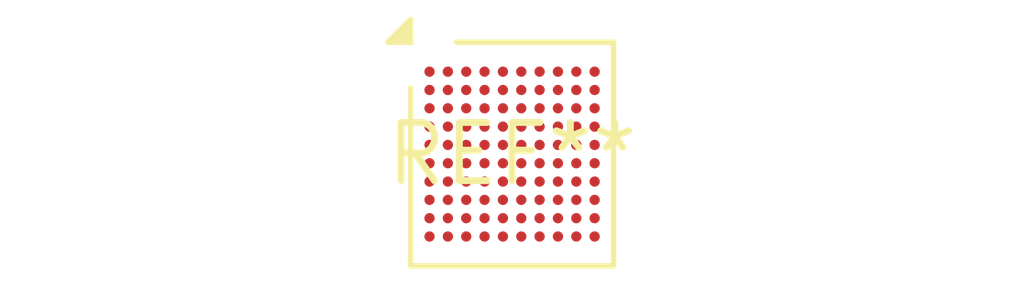
<source format=kicad_pcb>
(kicad_pcb (version 20240108) (generator pcbnew)
  (layers (0 "F.Cu" signal) (31 "B.Cu" signal) (34 "B.Paste" user) (35 "F.Paste" user) (36 "B.SilkS" user "B.Silkscreen") (37 "F.SilkS" user "F.Silkscreen") (38 "B.Mask" user) (39 "F.Mask" user) (44 "Edge.Cuts" user))
  (net 0 "")
  (footprint "ST_WLCSP-100_Die422" (layer "F.Cu") (at 0 0)
    (property "Reference" "REF**")
    (property "Value" "ST_WLCSP-100_Die422")
    (fp_line (start -2.2105 2.4415) (end -2.2105 -1.4415) (layer "F.SilkS") (stroke (width 0.12)))
    (fp_line (start -1.2105 -2.4415) (end 2.2105 -2.4415) (layer "F.SilkS") (stroke (width 0.12)))
    (fp_line (start 2.2105 -2.4415) (end 2.2105 2.4415) (layer "F.SilkS") (stroke (width 0.12)))
    (fp_line (start 2.2105 2.4415) (end -2.2105 2.4415) (layer "F.SilkS") (stroke (width 0.12)))
    (fp_poly (pts (xy -2.2105 -2.4415) (xy -2.7105 -2.4415) (xy -2.2105 -2.9415) (xy -2.2105 -2.4415)) (layer "F.SilkS") (stroke (width 0.12)) (fill solid))
    (pad "A1" smd circle (at -1.8 -1.8) (size 0.225 0.225) (property pad_prop_bga) (layers "F.Cu" "F.Paste" "F.Mask"))
    (pad "A2" smd circle (at -1.4 -1.8) (size 0.225 0.225) (property pad_prop_bga) (layers "F.Cu" "F.Paste" "F.Mask"))
    (pad "A3" smd circle (at -1 -1.8) (size 0.225 0.225) (property pad_prop_bga) (layers "F.Cu" "F.Paste" "F.Mask"))
    (pad "A4" smd circle (at -0.6 -1.8) (size 0.225 0.225) (property pad_prop_bga) (layers "F.Cu" "F.Paste" "F.Mask"))
    (pad "A5" smd circle (at -0.2 -1.8) (size 0.225 0.225) (property pad_prop_bga) (layers "F.Cu" "F.Paste" "F.Mask"))
    (pad "A6" smd circle (at 0.2 -1.8) (size 0.225 0.225) (property pad_prop_bga) (layers "F.Cu" "F.Paste" "F.Mask"))
    (pad "A7" smd circle (at 0.6 -1.8) (size 0.225 0.225) (property pad_prop_bga) (layers "F.Cu" "F.Paste" "F.Mask"))
    (pad "A8" smd circle (at 1 -1.8) (size 0.225 0.225) (property pad_prop_bga) (layers "F.Cu" "F.Paste" "F.Mask"))
    (pad "A9" smd circle (at 1.4 -1.8) (size 0.225 0.225) (property pad_prop_bga) (layers "F.Cu" "F.Paste" "F.Mask"))
    (pad "A10" smd circle (at 1.8 -1.8) (size 0.225 0.225) (property pad_prop_bga) (layers "F.Cu" "F.Paste" "F.Mask"))
    (pad "B1" smd circle (at -1.8 -1.4) (size 0.225 0.225) (property pad_prop_bga) (layers "F.Cu" "F.Paste" "F.Mask"))
    (pad "B2" smd circle (at -1.4 -1.4) (size 0.225 0.225) (property pad_prop_bga) (layers "F.Cu" "F.Paste" "F.Mask"))
    (pad "B3" smd circle (at -1 -1.4) (size 0.225 0.225) (property pad_prop_bga) (layers "F.Cu" "F.Paste" "F.Mask"))
    (pad "B4" smd circle (at -0.6 -1.4) (size 0.225 0.225) (property pad_prop_bga) (layers "F.Cu" "F.Paste" "F.Mask"))
    (pad "B5" smd circle (at -0.2 -1.4) (size 0.225 0.225) (property pad_prop_bga) (layers "F.Cu" "F.Paste" "F.Mask"))
    (pad "B6" smd circle (at 0.2 -1.4) (size 0.225 0.225) (property pad_prop_bga) (layers "F.Cu" "F.Paste" "F.Mask"))
    (pad "B7" smd circle (at 0.6 -1.4) (size 0.225 0.225) (property pad_prop_bga) (layers "F.Cu" "F.Paste" "F.Mask"))
    (pad "B8" smd circle (at 1 -1.4) (size 0.225 0.225) (property pad_prop_bga) (layers "F.Cu" "F.Paste" "F.Mask"))
    (pad "B9" smd circle (at 1.4 -1.4) (size 0.225 0.225) (property pad_prop_bga) (layers "F.Cu" "F.Paste" "F.Mask"))
    (pad "B10" smd circle (at 1.8 -1.4) (size 0.225 0.225) (property pad_prop_bga) (layers "F.Cu" "F.Paste" "F.Mask"))
    (pad "C1" smd circle (at -1.8 -1) (size 0.225 0.225) (property pad_prop_bga) (layers "F.Cu" "F.Paste" "F.Mask"))
    (pad "C2" smd circle (at -1.4 -1) (size 0.225 0.225) (property pad_prop_bga) (layers "F.Cu" "F.Paste" "F.Mask"))
    (pad "C3" smd circle (at -1 -1) (size 0.225 0.225) (property pad_prop_bga) (layers "F.Cu" "F.Paste" "F.Mask"))
    (pad "C4" smd circle (at -0.6 -1) (size 0.225 0.225) (property pad_prop_bga) (layers "F.Cu" "F.Paste" "F.Mask"))
    (pad "C5" smd circle (at -0.2 -1) (size 0.225 0.225) (property pad_prop_bga) (layers "F.Cu" "F.Paste" "F.Mask"))
    (pad "C6" smd circle (at 0.2 -1) (size 0.225 0.225) (property pad_prop_bga) (layers "F.Cu" "F.Paste" "F.Mask"))
    (pad "C7" smd circle (at 0.6 -1) (size 0.225 0.225) (property pad_prop_bga) (layers "F.Cu" "F.Paste" "F.Mask"))
    (pad "C8" smd circle (at 1 -1) (size 0.225 0.225) (property pad_prop_bga) (layers "F.Cu" "F.Paste" "F.Mask"))
    (pad "C9" smd circle (at 1.4 -1) (size 0.225 0.225) (property pad_prop_bga) (layers "F.Cu" "F.Paste" "F.Mask"))
    (pad "C10" smd circle (at 1.8 -1) (size 0.225 0.225) (property pad_prop_bga) (layers "F.Cu" "F.Paste" "F.Mask"))
    (pad "D1" smd circle (at -1.8 -0.6) (size 0.225 0.225) (property pad_prop_bga) (layers "F.Cu" "F.Paste" "F.Mask"))
    (pad "D2" smd circle (at -1.4 -0.6) (size 0.225 0.225) (property pad_prop_bga) (layers "F.Cu" "F.Paste" "F.Mask"))
    (pad "D3" smd circle (at -1 -0.6) (size 0.225 0.225) (property pad_prop_bga) (layers "F.Cu" "F.Paste" "F.Mask"))
    (pad "D4" smd circle (at -0.6 -0.6) (size 0.225 0.225) (property pad_prop_bga) (layers "F.Cu" "F.Paste" "F.Mask"))
    (pad "D5" smd circle (at -0.2 -0.6) (size 0.225 0.225) (property pad_prop_bga) (layers "F.Cu" "F.Paste" "F.Mask"))
    (pad "D6" smd circle (at 0.2 -0.6) (size 0.225 0.225) (property pad_prop_bga) (layers "F.Cu" "F.Paste" "F.Mask"))
    (pad "D7" smd circle (at 0.6 -0.6) (size 0.225 0.225) (property pad_prop_bga) (layers "F.Cu" "F.Paste" "F.Mask"))
    (pad "D8" smd circle (at 1 -0.6) (size 0.225 0.225) (property pad_prop_bga) (layers "F.Cu" "F.Paste" "F.Mask"))
    (pad "D9" smd circle (at 1.4 -0.6) (size 0.225 0.225) (property pad_prop_bga) (layers "F.Cu" "F.Paste" "F.Mask"))
    (pad "D10" smd circle (at 1.8 -0.6) (size 0.225 0.225) (property pad_prop_bga) (layers "F.Cu" "F.Paste" "F.Mask"))
    (pad "E1" smd circle (at -1.8 -0.2) (size 0.225 0.225) (property pad_prop_bga) (layers "F.Cu" "F.Paste" "F.Mask"))
    (pad "E2" smd circle (at -1.4 -0.2) (size 0.225 0.225) (property pad_prop_bga) (layers "F.Cu" "F.Paste" "F.Mask"))
    (pad "E3" smd circle (at -1 -0.2) (size 0.225 0.225) (property pad_prop_bga) (layers "F.Cu" "F.Paste" "F.Mask"))
    (pad "E4" smd circle (at -0.6 -0.2) (size 0.225 0.225) (property pad_prop_bga) (layers "F.Cu" "F.Paste" "F.Mask"))
    (pad "E5" smd circle (at -0.2 -0.2) (size 0.225 0.225) (property pad_prop_bga) (layers "F.Cu" "F.Paste" "F.Mask"))
    (pad "E6" smd circle (at 0.2 -0.2) (size 0.225 0.225) (property pad_prop_bga) (layers "F.Cu" "F.Paste" "F.Mask"))
    (pad "E7" smd circle (at 0.6 -0.2) (size 0.225 0.225) (property pad_prop_bga) (layers "F.Cu" "F.Paste" "F.Mask"))
    (pad "E8" smd circle (at 1 -0.2) (size 0.225 0.225) (property pad_prop_bga) (layers "F.Cu" "F.Paste" "F.Mask"))
    (pad "E9" smd circle (at 1.4 -0.2) (size 0.225 0.225) (property pad_prop_bga) (layers "F.Cu" "F.Paste" "F.Mask"))
    (pad "E10" smd circle (at 1.8 -0.2) (size 0.225 0.225) (property pad_prop_bga) (layers "F.Cu" "F.Paste" "F.Mask"))
    (pad "F1" smd circle (at -1.8 0.2) (size 0.225 0.225) (property pad_prop_bga) (layers "F.Cu" "F.Paste" "F.Mask"))
    (pad "F2" smd circle (at -1.4 0.2) (size 0.225 0.225) (property pad_prop_bga) (layers "F.Cu" "F.Paste" "F.Mask"))
    (pad "F3" smd circle (at -1 0.2) (size 0.225 0.225) (property pad_prop_bga) (layers "F.Cu" "F.Paste" "F.Mask"))
    (pad "F4" smd circle (at -0.6 0.2) (size 0.225 0.225) (property pad_prop_bga) (layers "F.Cu" "F.Paste" "F.Mask"))
    (pad "F5" smd circle (at -0.2 0.2) (size 0.225 0.225) (property pad_prop_bga) (layers "F.Cu" "F.Paste" "F.Mask"))
    (pad "F6" smd circle (at 0.2 0.2) (size 0.225 0.225) (property pad_prop_bga) (layers "F.Cu" "F.Paste" "F.Mask"))
    (pad "F7" smd circle (at 0.6 0.2) (size 0.225 0.225) (property pad_prop_bga) (layers "F.Cu" "F.Paste" "F.Mask"))
    (pad "F8" smd circle (at 1 0.2) (size 0.225 0.225) (property pad_prop_bga) (layers "F.Cu" "F.Paste" "F.Mask"))
    (pad "F9" smd circle (at 1.4 0.2) (size 0.225 0.225) (property pad_prop_bga) (layers "F.Cu" "F.Paste" "F.Mask"))
    (pad "F10" smd circle (at 1.8 0.2) (size 0.225 0.225) (property pad_prop_bga) (layers "F.Cu" "F.Paste" "F.Mask"))
    (pad "G1" smd circle (at -1.8 0.6) (size 0.225 0.225) (property pad_prop_bga) (layers "F.Cu" "F.Paste" "F.Mask"))
    (pad "G2" smd circle (at -1.4 0.6) (size 0.225 0.225) (property pad_prop_bga) (layers "F.Cu" "F.Paste" "F.Mask"))
    (pad "G3" smd circle (at -1 0.6) (size 0.225 0.225) (property pad_prop_bga) (layers "F.Cu" "F.Paste" "F.Mask"))
    (pad "G4" smd circle (at -0.6 0.6) (size 0.225 0.225) (property pad_prop_bga) (layers "F.Cu" "F.Paste" "F.Mask"))
    (pad "G5" smd circle (at -0.2 0.6) (size 0.225 0.225) (property pad_prop_bga) (layers "F.Cu" "F.Paste" "F.Mask"))
    (pad "G6" smd circle (at 0.2 0.6) (size 0.225 0.225) (property pad_prop_bga) (layers "F.Cu" "F.Paste" "F.Mask"))
    (pad "G7" smd circle (at 0.6 0.6) (size 0.225 0.225) (property pad_prop_bga) (layers "F.Cu" "F.Paste" "F.Mask"))
    (pad "G8" smd circle (at 1 0.6) (size 0.225 0.225) (property pad_prop_bga) (layers "F.Cu" "F.Paste" "F.Mask"))
    (pad "G9" smd circle (at 1.4 0.6) (size 0.225 0.225) (property pad_prop_bga) (layers "F.Cu" "F.Paste" "F.Mask"))
    (pad "G10" smd circle (at 1.8 0.6) (size 0.225 0.225) (property pad_prop_bga) (layers "F.Cu" "F.Paste" "F.Mask"))
    (pad "H1" smd circle (at -1.8 1) (size 0.225 0.225) (property pad_prop_bga) (layers "F.Cu" "F.Paste" "F.Mask"))
    (pad "H2" smd circle (at -1.4 1) (size 0.225 0.225) (property pad_prop_bga) (layers "F.Cu" "F.Paste" "F.Mask"))
    (pad "H3" smd circle (at -1 1) (size 0.225 0.225) (property pad_prop_bga) (layers "F.Cu" "F.Paste" "F.Mask"))
    (pad "H4" smd circle (at -0.6 1) (size 0.225 0.225) (property pad_prop_bga) (layers "F.Cu" "F.Paste" "F.Mask"))
    (pad "H5" smd circle (at -0.2 1) (size 0.225 0.225) (property pad_prop_bga) (layers "F.Cu" "F.Paste" "F.Mask"))
    (pad "H6" smd circle (at 0.2 1) (size 0.225 0.225) (property pad_prop_bga) (layers "F.Cu" "F.Paste" "F.Mask"))
    (pad "H7" smd circle (at 0.6 1) (size 0.225 0.225) (property pad_prop_bga) (layers "F.Cu" "F.Paste" "F.Mask"))
    (pad "H8" smd circle (at 1 1) (size 0.225 0.225) (property pad_prop_bga) (layers "F.Cu" "F.Paste" "F.Mask"))
    (pad "H9" smd circle (at 1.4 1) (size 0.225 0.225) (property pad_prop_bga) (layers "F.Cu" "F.Paste" "F.Mask"))
    (pad "H10" smd circle (at 1.8 1) (size 0.225 0.225) (property pad_prop_bga) (layers "F.Cu" "F.Paste" "F.Mask"))
    (pad "J1" smd circle (at -1.8 1.4) (size 0.225 0.225) (property pad_prop_bga) (layers "F.Cu" "F.Paste" "F.Mask"))
    (pad "J2" smd circle (at -1.4 1.4) (size 0.225 0.225) (property pad_prop_bga) (layers "F.Cu" "F.Paste" "F.Mask"))
    (pad "J3" smd circle (at -1 1.4) (size 0.225 0.225) (property pad_prop_bga) (layers "F.Cu" "F.Paste" "F.Mask"))
    (pad "J4" smd circle (at -0.6 1.4) (size 0.225 0.225) (property pad_prop_bga) (layers "F.Cu" "F.Paste" "F.Mask"))
    (pad "J5" smd circle (at -0.2 1.4) (size 0.225 0.225) (property pad_prop_bga) (layers "F.Cu" "F.Paste" "F.Mask"))
    (pad "J6" smd circle (at 0.2 1.4) (size 0.225 0.225) (property pad_prop_bga) (layers "F.Cu" "F.Paste" "F.Mask"))
    (pad "J7" smd circle (at 0.6 1.4) (size 0.225 0.225) (property pad_prop_bga) (layers "F.Cu" "F.Paste" "F.Mask"))
    (pad "J8" smd circle (at 1 1.4) (size 0.225 0.225) (property pad_prop_bga) (layers "F.Cu" "F.Paste" "F.Mask"))
    (pad "J9" smd circle (at 1.4 1.4) (size 0.225 0.225) (property pad_prop_bga) (layers "F.Cu" "F.Paste" "F.Mask"))
    (pad "J10" smd circle (at 1.8 1.4) (size 0.225 0.225) (property pad_prop_bga) (layers "F.Cu" "F.Paste" "F.Mask"))
    (pad "K1" smd circle (at -1.8 1.8) (size 0.225 0.225) (property pad_prop_bga) (layers "F.Cu" "F.Paste" "F.Mask"))
    (pad "K2" smd circle (at -1.4 1.8) (size 0.225 0.225) (property pad_prop_bga) (layers "F.Cu" "F.Paste" "F.Mask"))
    (pad "K3" smd circle (at -1 1.8) (size 0.225 0.225) (property pad_prop_bga) (layers "F.Cu" "F.Paste" "F.Mask"))
    (pad "K4" smd circle (at -0.6 1.8) (size 0.225 0.225) (property pad_prop_bga) (layers "F.Cu" "F.Paste" "F.Mask"))
    (pad "K5" smd circle (at -0.2 1.8) (size 0.225 0.225) (property pad_prop_bga) (layers "F.Cu" "F.Paste" "F.Mask"))
    (pad "K6" smd circle (at 0.2 1.8) (size 0.225 0.225) (property pad_prop_bga) (layers "F.Cu" "F.Paste" "F.Mask"))
    (pad "K7" smd circle (at 0.6 1.8) (size 0.225 0.225) (property pad_prop_bga) (layers "F.Cu" "F.Paste" "F.Mask"))
    (pad "K8" smd circle (at 1 1.8) (size 0.225 0.225) (property pad_prop_bga) (layers "F.Cu" "F.Paste" "F.Mask"))
    (pad "K9" smd circle (at 1.4 1.8) (size 0.225 0.225) (property pad_prop_bga) (layers "F.Cu" "F.Paste" "F.Mask"))
    (pad "K10" smd circle (at 1.8 1.8) (size 0.225 0.225) (property pad_prop_bga) (layers "F.Cu" "F.Paste" "F.Mask"))
  )
)
</source>
